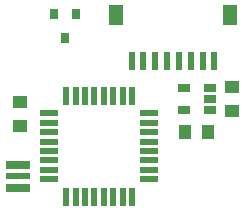
<source format=gtp>
G04 #@! TF.FileFunction,Paste,Top*
%FSLAX46Y46*%
G04 Gerber Fmt 4.6, Leading zero omitted, Abs format (unit mm)*
G04 Created by KiCad (PCBNEW 4.0.7) date 03/27/20 13:09:03*
%MOMM*%
%LPD*%
G01*
G04 APERTURE LIST*
%ADD10C,0.100000*%
%ADD11R,1.250000X1.000000*%
%ADD12R,1.000000X1.250000*%
%ADD13R,0.800000X0.900000*%
%ADD14R,0.600000X1.550000*%
%ADD15R,1.200000X1.800000*%
%ADD16R,1.060000X0.650000*%
%ADD17R,1.600000X0.550000*%
%ADD18R,0.550000X1.600000*%
%ADD19R,2.000000X0.700000*%
%ADD20R,2.000000X0.500000*%
G04 APERTURE END LIST*
D10*
D11*
X137750000Y-111250000D03*
X137750000Y-113250000D03*
D12*
X133750000Y-115000000D03*
X135750000Y-115000000D03*
D11*
X119800000Y-114500000D03*
X119800000Y-112500000D03*
D13*
X124550000Y-105050000D03*
X122650000Y-105050000D03*
X123600000Y-107050000D03*
D14*
X136250000Y-109037500D03*
X135250000Y-109037500D03*
X134250000Y-109037500D03*
X133250000Y-109037500D03*
X132250000Y-109037500D03*
X131250000Y-109037500D03*
X130250000Y-109037500D03*
X129250000Y-109037500D03*
D15*
X137550000Y-105162500D03*
X127950000Y-105162500D03*
D16*
X135850000Y-113200000D03*
X135850000Y-112250000D03*
X135850000Y-111300000D03*
X133650000Y-111300000D03*
X133650000Y-113200000D03*
D17*
X122250000Y-113450000D03*
X122250000Y-114250000D03*
X122250000Y-115050000D03*
X122250000Y-115850000D03*
X122250000Y-116650000D03*
X122250000Y-117450000D03*
X122250000Y-118250000D03*
X122250000Y-119050000D03*
D18*
X123700000Y-120500000D03*
X124500000Y-120500000D03*
X125300000Y-120500000D03*
X126100000Y-120500000D03*
X126900000Y-120500000D03*
X127700000Y-120500000D03*
X128500000Y-120500000D03*
X129300000Y-120500000D03*
D17*
X130750000Y-119050000D03*
X130750000Y-118250000D03*
X130750000Y-117450000D03*
X130750000Y-116650000D03*
X130750000Y-115850000D03*
X130750000Y-115050000D03*
X130750000Y-114250000D03*
X130750000Y-113450000D03*
D18*
X129300000Y-112000000D03*
X128500000Y-112000000D03*
X127700000Y-112000000D03*
X126900000Y-112000000D03*
X126100000Y-112000000D03*
X125300000Y-112000000D03*
X124500000Y-112000000D03*
X123700000Y-112000000D03*
D19*
X119600000Y-119750000D03*
D20*
X119600000Y-118800000D03*
D19*
X119600000Y-117850000D03*
M02*

</source>
